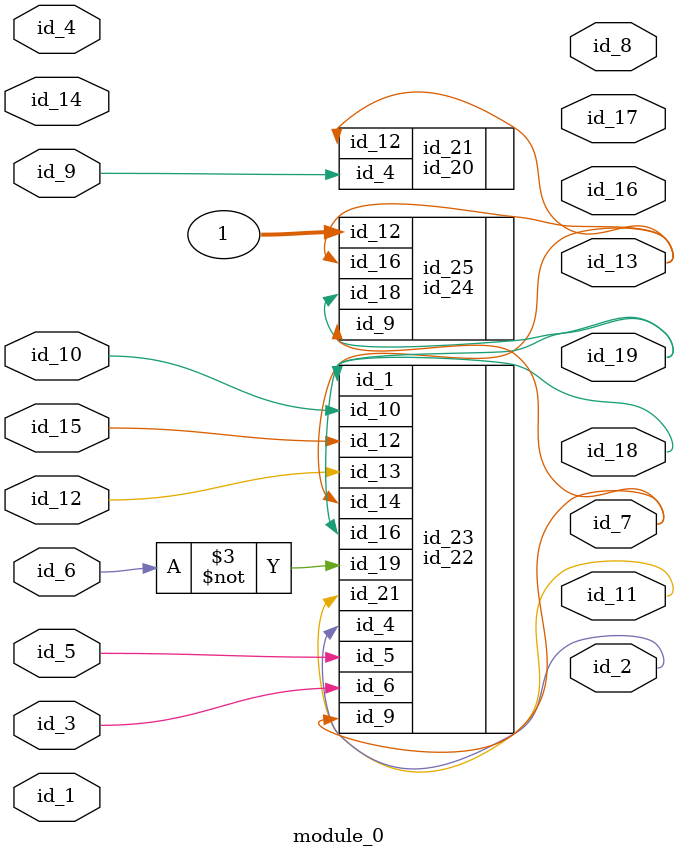
<source format=v>
module module_0 (
    id_1,
    id_2,
    id_3,
    id_4,
    id_5,
    id_6,
    id_7,
    id_8,
    id_9,
    id_10,
    id_11,
    id_12,
    id_13,
    id_14,
    id_15,
    id_16,
    id_17,
    id_18,
    id_19
);
  output id_19;
  output id_18;
  output id_17;
  output id_16;
  input id_15;
  input id_14;
  output id_13;
  input id_12;
  output id_11;
  input id_10;
  input id_9;
  output id_8;
  output id_7;
  input id_6;
  input id_5;
  input id_4;
  input id_3;
  output id_2;
  input id_1;
  id_20 id_21 (
      .id_4 (id_9),
      .id_12(id_13)
  );
  id_22 id_23 (
      .id_12(id_19),
      .id_16(id_16[id_8]),
      .id_21(id_2),
      .id_16(id_18),
      .id_9 (id_4),
      .id_12(1),
      .id_21(id_14),
      .id_5 (id_5),
      .id_6 (id_3),
      .id_9 (id_7),
      .id_1 (id_11),
      .id_1 (id_19),
      .id_19(id_6 == 1'h0),
      .id_4 (id_2),
      .id_14(id_13),
      .id_13(id_12),
      .id_10(id_10),
      .id_21(id_11),
      .id_12(id_15)
  );
  id_24 id_25 (
      .id_18(id_19),
      .id_16(id_13),
      .id_12(1),
      .id_9 (id_7)
  );
endmodule

</source>
